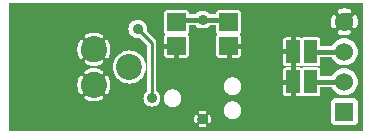
<source format=gbl>
G04 start of page 3 for group 1 idx 2 *
G04 Title: wearlink, bottom *
G04 Creator: pcb 1.99z *
G04 CreationDate: Sun Feb 24 14:25:00 2013 UTC *
G04 For: dijkstra *
G04 Format: Gerber/RS-274X *
G04 PCB-Dimensions (mil): 1326.38 433.46 *
G04 PCB-Coordinate-Origin: lower left *
%MOIN*%
%FSLAX25Y25*%
%LNBOTTOM*%
%ADD100C,0.0787*%
%ADD99C,0.0380*%
%ADD98C,0.0390*%
%ADD97C,0.0413*%
%ADD96C,0.0394*%
%ADD95C,0.0200*%
%ADD94C,0.0360*%
%ADD93R,0.0590X0.0590*%
%ADD92R,0.0460X0.0460*%
%ADD91C,0.0600*%
%ADD90C,0.0866*%
%ADD89C,0.0250*%
%ADD88C,0.0100*%
%ADD87C,0.0171*%
%ADD86C,0.0001*%
G54D86*G36*
X118406Y512D02*X115719D01*
Y2481D01*
X115789Y2510D01*
X115991Y2633D01*
X116170Y2786D01*
X116324Y2966D01*
X116447Y3167D01*
X116537Y3385D01*
X116592Y3615D01*
X116606Y3850D01*
X116592Y10086D01*
X116537Y10315D01*
X116447Y10533D01*
X116324Y10735D01*
X116170Y10914D01*
X115991Y11068D01*
X115789Y11191D01*
X115719Y11220D01*
Y14152D01*
X115758Y14197D01*
X116128Y14801D01*
X116399Y15456D01*
X116565Y16144D01*
X116606Y16850D01*
X116565Y17557D01*
X116399Y18245D01*
X116128Y18900D01*
X115758Y19504D01*
X115719Y19549D01*
Y24152D01*
X115758Y24197D01*
X116128Y24801D01*
X116399Y25456D01*
X116565Y26144D01*
X116606Y26850D01*
X116565Y27557D01*
X116399Y28245D01*
X116128Y28900D01*
X115758Y29504D01*
X115719Y29549D01*
Y34703D01*
X115762Y34710D01*
X115874Y34748D01*
X115979Y34802D01*
X116074Y34872D01*
X116157Y34956D01*
X116226Y35052D01*
X116276Y35159D01*
X116425Y35566D01*
X116528Y35988D01*
X116591Y36417D01*
X116612Y36850D01*
X116591Y37284D01*
X116528Y37713D01*
X116425Y38135D01*
X116281Y38544D01*
X116229Y38650D01*
X116160Y38747D01*
X116076Y38831D01*
X115981Y38902D01*
X115876Y38956D01*
X115763Y38994D01*
X115719Y39001D01*
Y43031D01*
X118406D01*
Y512D01*
G37*
G36*
X115719Y29549D02*X115298Y30042D01*
X114759Y30502D01*
X114156Y30872D01*
X113501Y31143D01*
X112812Y31309D01*
X112106Y31364D01*
Y32345D01*
X112540Y32366D01*
X112969Y32429D01*
X113390Y32532D01*
X113800Y32676D01*
X113906Y32728D01*
X114003Y32797D01*
X114087Y32880D01*
X114158Y32976D01*
X114212Y33081D01*
X114250Y33194D01*
X114269Y33311D01*
X114270Y33429D01*
X114252Y33547D01*
X114216Y33660D01*
X114163Y33766D01*
X114094Y33862D01*
X114011Y33947D01*
X113916Y34017D01*
X113810Y34072D01*
X113698Y34109D01*
X113581Y34128D01*
X113462Y34129D01*
X113345Y34112D01*
X113233Y34074D01*
X112961Y33975D01*
X112681Y33906D01*
X112395Y33864D01*
X112106Y33850D01*
Y39850D01*
X112395Y39836D01*
X112681Y39795D01*
X112961Y39726D01*
X113234Y39630D01*
X113346Y39593D01*
X113462Y39575D01*
X113581Y39576D01*
X113697Y39595D01*
X113809Y39632D01*
X113914Y39687D01*
X114009Y39757D01*
X114092Y39841D01*
X114160Y39937D01*
X114213Y40043D01*
X114249Y40155D01*
X114266Y40272D01*
X114266Y40390D01*
X114246Y40506D01*
X114209Y40618D01*
X114155Y40723D01*
X114085Y40818D01*
X114000Y40901D01*
X113904Y40970D01*
X113798Y41020D01*
X113390Y41169D01*
X112969Y41272D01*
X112540Y41335D01*
X112106Y41356D01*
Y43031D01*
X115719D01*
Y39001D01*
X115646Y39013D01*
X115527Y39014D01*
X115410Y38996D01*
X115297Y38960D01*
X115191Y38907D01*
X115095Y38838D01*
X115010Y38755D01*
X114940Y38660D01*
X114885Y38554D01*
X114848Y38442D01*
X114828Y38325D01*
X114827Y38206D01*
X114845Y38089D01*
X114883Y37977D01*
X114982Y37706D01*
X115051Y37425D01*
X115092Y37139D01*
X115106Y36850D01*
X115092Y36562D01*
X115051Y36276D01*
X114982Y35995D01*
X114886Y35723D01*
X114848Y35611D01*
X114831Y35494D01*
X114832Y35376D01*
X114851Y35260D01*
X114888Y35148D01*
X114943Y35043D01*
X115013Y34948D01*
X115097Y34865D01*
X115193Y34796D01*
X115298Y34744D01*
X115411Y34708D01*
X115528Y34690D01*
X115646Y34691D01*
X115719Y34703D01*
Y29549D01*
G37*
G36*
Y19549D02*X115298Y20042D01*
X114759Y20502D01*
X114156Y20872D01*
X113501Y21143D01*
X112812Y21309D01*
X112106Y21364D01*
Y22337D01*
X112812Y22392D01*
X113501Y22557D01*
X114156Y22828D01*
X114759Y23199D01*
X115298Y23659D01*
X115719Y24152D01*
Y19549D01*
G37*
G36*
Y11220D02*X115571Y11281D01*
X115342Y11336D01*
X115106Y11350D01*
X112106Y11344D01*
Y12337D01*
X112812Y12392D01*
X113501Y12557D01*
X114156Y12828D01*
X114759Y13199D01*
X115298Y13659D01*
X115719Y14152D01*
Y11220D01*
G37*
G36*
Y512D02*X112106D01*
Y2357D01*
X115342Y2364D01*
X115571Y2419D01*
X115719Y2481D01*
Y512D01*
G37*
G36*
X112106Y31364D02*X111400Y31309D01*
X110711Y31143D01*
X110057Y30872D01*
X109453Y30502D01*
X108915Y30042D01*
X108493Y29549D01*
Y34700D01*
X108567Y34688D01*
X108685Y34687D01*
X108802Y34704D01*
X108915Y34740D01*
X109022Y34793D01*
X109118Y34862D01*
X109202Y34946D01*
X109273Y35041D01*
X109328Y35146D01*
X109365Y35259D01*
X109384Y35376D01*
X109385Y35494D01*
X109368Y35612D01*
X109330Y35724D01*
X109231Y35995D01*
X109162Y36276D01*
X109120Y36562D01*
X109106Y36850D01*
X109120Y37139D01*
X109162Y37425D01*
X109231Y37706D01*
X109326Y37978D01*
X109364Y38090D01*
X109382Y38207D01*
X109381Y38325D01*
X109362Y38441D01*
X109324Y38553D01*
X109270Y38658D01*
X109200Y38753D01*
X109116Y38836D01*
X109020Y38904D01*
X108914Y38957D01*
X108802Y38993D01*
X108685Y39011D01*
X108567Y39010D01*
X108493Y38997D01*
Y43031D01*
X112106D01*
Y41356D01*
X111673Y41335D01*
X111244Y41272D01*
X110822Y41169D01*
X110413Y41025D01*
X110306Y40973D01*
X110210Y40904D01*
X110125Y40820D01*
X110055Y40725D01*
X110000Y40620D01*
X109963Y40507D01*
X109944Y40390D01*
X109943Y40272D01*
X109960Y40154D01*
X109996Y40041D01*
X110049Y39935D01*
X110118Y39839D01*
X110202Y39754D01*
X110297Y39684D01*
X110402Y39629D01*
X110515Y39592D01*
X110632Y39572D01*
X110750Y39571D01*
X110868Y39589D01*
X110980Y39627D01*
X111251Y39726D01*
X111532Y39795D01*
X111818Y39836D01*
X112106Y39850D01*
Y33850D01*
X111818Y33864D01*
X111532Y33906D01*
X111251Y33975D01*
X110979Y34070D01*
X110867Y34108D01*
X110750Y34126D01*
X110632Y34125D01*
X110516Y34106D01*
X110404Y34068D01*
X110299Y34014D01*
X110204Y33944D01*
X110121Y33860D01*
X110052Y33764D01*
X109999Y33658D01*
X109964Y33546D01*
X109946Y33429D01*
X109947Y33311D01*
X109966Y33195D01*
X110004Y33082D01*
X110058Y32978D01*
X110128Y32883D01*
X110212Y32800D01*
X110308Y32731D01*
X110415Y32680D01*
X110822Y32532D01*
X111244Y32429D01*
X111673Y32366D01*
X112106Y32345D01*
Y31364D01*
G37*
G36*
X108493Y29549D02*X108454Y29504D01*
X108084Y28900D01*
X108004Y28707D01*
X104126D01*
X104124Y30807D01*
X104099Y30910D01*
Y43031D01*
X108493D01*
Y38997D01*
X108450Y38990D01*
X108338Y38953D01*
X108234Y38899D01*
X108139Y38829D01*
X108056Y38745D01*
X107987Y38649D01*
X107936Y38542D01*
X107788Y38135D01*
X107684Y37713D01*
X107622Y37284D01*
X107601Y36850D01*
X107622Y36417D01*
X107684Y35988D01*
X107788Y35566D01*
X107932Y35157D01*
X107984Y35050D01*
X108053Y34954D01*
X108136Y34870D01*
X108232Y34799D01*
X108337Y34745D01*
X108450Y34707D01*
X108493Y34700D01*
Y29549D01*
G37*
G36*
X112106Y21364D02*X111400Y21309D01*
X110711Y21143D01*
X110057Y20872D01*
X109453Y20502D01*
X108915Y20042D01*
X108454Y19504D01*
X108084Y18900D01*
X108004Y18707D01*
X104126D01*
X104124Y20807D01*
X104099Y20910D01*
Y22791D01*
X104124Y22893D01*
X104133Y23050D01*
X104131Y24994D01*
X108004D01*
X108084Y24801D01*
X108454Y24197D01*
X108915Y23659D01*
X109453Y23199D01*
X110057Y22828D01*
X110711Y22557D01*
X111400Y22392D01*
X112106Y22337D01*
Y21364D01*
G37*
G36*
Y512D02*X104099D01*
Y12791D01*
X104124Y12893D01*
X104133Y13050D01*
X104131Y14994D01*
X108004D01*
X108084Y14801D01*
X108454Y14197D01*
X108915Y13659D01*
X109453Y13199D01*
X110057Y12828D01*
X110711Y12557D01*
X111400Y12392D01*
X112106Y12337D01*
Y11344D01*
X108871Y11336D01*
X108641Y11281D01*
X108423Y11191D01*
X108222Y11068D01*
X108042Y10914D01*
X107889Y10735D01*
X107766Y10533D01*
X107675Y10315D01*
X107620Y10086D01*
X107606Y9850D01*
X107620Y3615D01*
X107675Y3385D01*
X107766Y3167D01*
X107889Y2966D01*
X108042Y2786D01*
X108222Y2633D01*
X108423Y2510D01*
X108641Y2419D01*
X108871Y2364D01*
X109106Y2350D01*
X112106Y2357D01*
Y512D01*
G37*
G36*
X45461Y30180D02*X46472Y29168D01*
Y13762D01*
X46322Y13670D01*
X45986Y13384D01*
X45700Y13049D01*
X45470Y12673D01*
X45461Y12651D01*
Y19459D01*
X45711Y20063D01*
X45913Y20907D01*
X45965Y21772D01*
X45913Y22637D01*
X45711Y23480D01*
X45461Y24084D01*
Y30180D01*
G37*
G36*
X118406Y43031D02*Y512D01*
X115719D01*
Y2481D01*
X115789Y2510D01*
X115991Y2633D01*
X116170Y2786D01*
X116324Y2966D01*
X116447Y3167D01*
X116537Y3385D01*
X116592Y3615D01*
X116606Y3850D01*
X116592Y10086D01*
X116537Y10315D01*
X116447Y10533D01*
X116324Y10735D01*
X116170Y10914D01*
X115991Y11068D01*
X115789Y11191D01*
X115719Y11220D01*
Y14152D01*
X115758Y14197D01*
X116128Y14801D01*
X116399Y15456D01*
X116565Y16144D01*
X116606Y16850D01*
X116565Y17557D01*
X116399Y18245D01*
X116128Y18900D01*
X115758Y19504D01*
X115719Y19549D01*
Y24152D01*
X115758Y24197D01*
X116128Y24801D01*
X116399Y25456D01*
X116565Y26144D01*
X116606Y26850D01*
X116565Y27557D01*
X116399Y28245D01*
X116128Y28900D01*
X115758Y29504D01*
X115719Y29549D01*
Y34703D01*
X115762Y34710D01*
X115874Y34748D01*
X115979Y34802D01*
X116074Y34872D01*
X116157Y34956D01*
X116226Y35052D01*
X116276Y35159D01*
X116425Y35566D01*
X116528Y35988D01*
X116591Y36417D01*
X116612Y36850D01*
X116591Y37284D01*
X116528Y37713D01*
X116425Y38135D01*
X116281Y38544D01*
X116229Y38650D01*
X116160Y38747D01*
X116076Y38831D01*
X115981Y38902D01*
X115876Y38956D01*
X115763Y38994D01*
X115719Y39001D01*
Y43031D01*
X118406D01*
G37*
G36*
X115719Y29549D02*X115298Y30042D01*
X114759Y30502D01*
X114156Y30872D01*
X113501Y31143D01*
X112812Y31309D01*
X112106Y31364D01*
Y32345D01*
X112540Y32366D01*
X112969Y32429D01*
X113390Y32532D01*
X113800Y32676D01*
X113906Y32728D01*
X114003Y32797D01*
X114087Y32880D01*
X114158Y32976D01*
X114212Y33081D01*
X114250Y33194D01*
X114269Y33311D01*
X114270Y33429D01*
X114252Y33547D01*
X114216Y33660D01*
X114163Y33766D01*
X114094Y33862D01*
X114011Y33947D01*
X113916Y34017D01*
X113810Y34072D01*
X113698Y34109D01*
X113581Y34128D01*
X113462Y34129D01*
X113345Y34112D01*
X113233Y34074D01*
X112961Y33975D01*
X112681Y33906D01*
X112395Y33864D01*
X112106Y33850D01*
Y39850D01*
X112395Y39836D01*
X112681Y39795D01*
X112961Y39726D01*
X113234Y39630D01*
X113346Y39593D01*
X113462Y39575D01*
X113581Y39576D01*
X113697Y39595D01*
X113809Y39632D01*
X113914Y39687D01*
X114009Y39757D01*
X114092Y39841D01*
X114160Y39937D01*
X114213Y40043D01*
X114249Y40155D01*
X114266Y40272D01*
X114266Y40390D01*
X114246Y40506D01*
X114209Y40618D01*
X114155Y40723D01*
X114085Y40818D01*
X114000Y40901D01*
X113904Y40970D01*
X113798Y41020D01*
X113390Y41169D01*
X112969Y41272D01*
X112540Y41335D01*
X112106Y41356D01*
Y43031D01*
X115719D01*
Y39001D01*
X115646Y39013D01*
X115527Y39014D01*
X115410Y38996D01*
X115297Y38960D01*
X115191Y38907D01*
X115095Y38838D01*
X115010Y38755D01*
X114940Y38660D01*
X114885Y38554D01*
X114848Y38442D01*
X114828Y38325D01*
X114827Y38206D01*
X114845Y38089D01*
X114883Y37977D01*
X114982Y37706D01*
X115051Y37425D01*
X115092Y37139D01*
X115106Y36850D01*
X115092Y36562D01*
X115051Y36276D01*
X114982Y35995D01*
X114886Y35723D01*
X114848Y35611D01*
X114831Y35494D01*
X114832Y35376D01*
X114851Y35260D01*
X114888Y35148D01*
X114943Y35043D01*
X115013Y34948D01*
X115097Y34865D01*
X115193Y34796D01*
X115298Y34744D01*
X115411Y34708D01*
X115528Y34690D01*
X115646Y34691D01*
X115719Y34703D01*
Y29549D01*
G37*
G36*
Y19549D02*X115298Y20042D01*
X114759Y20502D01*
X114156Y20872D01*
X113501Y21143D01*
X112812Y21309D01*
X112106Y21364D01*
Y22337D01*
X112812Y22392D01*
X113501Y22557D01*
X114156Y22828D01*
X114759Y23199D01*
X115298Y23659D01*
X115719Y24152D01*
Y19549D01*
G37*
G36*
Y11220D02*X115571Y11281D01*
X115342Y11336D01*
X115106Y11350D01*
X112106Y11344D01*
Y12337D01*
X112812Y12392D01*
X113501Y12557D01*
X114156Y12828D01*
X114759Y13199D01*
X115298Y13659D01*
X115719Y14152D01*
Y11220D01*
G37*
G36*
Y512D02*X112106D01*
Y2357D01*
X115342Y2364D01*
X115571Y2419D01*
X115719Y2481D01*
Y512D01*
G37*
G36*
X112106Y31364D02*X111400Y31309D01*
X110711Y31143D01*
X110057Y30872D01*
X109453Y30502D01*
X108915Y30042D01*
X108493Y29549D01*
Y34700D01*
X108567Y34688D01*
X108685Y34687D01*
X108802Y34704D01*
X108915Y34740D01*
X109022Y34793D01*
X109118Y34862D01*
X109202Y34946D01*
X109273Y35041D01*
X109328Y35146D01*
X109365Y35259D01*
X109384Y35376D01*
X109385Y35494D01*
X109368Y35612D01*
X109330Y35724D01*
X109231Y35995D01*
X109162Y36276D01*
X109120Y36562D01*
X109106Y36850D01*
X109120Y37139D01*
X109162Y37425D01*
X109231Y37706D01*
X109326Y37978D01*
X109364Y38090D01*
X109382Y38207D01*
X109381Y38325D01*
X109362Y38441D01*
X109324Y38553D01*
X109270Y38658D01*
X109200Y38753D01*
X109116Y38836D01*
X109020Y38904D01*
X108914Y38957D01*
X108802Y38993D01*
X108685Y39011D01*
X108567Y39010D01*
X108493Y38997D01*
Y43031D01*
X112106D01*
Y41356D01*
X111673Y41335D01*
X111244Y41272D01*
X110822Y41169D01*
X110413Y41025D01*
X110306Y40973D01*
X110210Y40904D01*
X110125Y40820D01*
X110055Y40725D01*
X110000Y40620D01*
X109963Y40507D01*
X109944Y40390D01*
X109943Y40272D01*
X109960Y40154D01*
X109996Y40041D01*
X110049Y39935D01*
X110118Y39839D01*
X110202Y39754D01*
X110297Y39684D01*
X110402Y39629D01*
X110515Y39592D01*
X110632Y39572D01*
X110750Y39571D01*
X110868Y39589D01*
X110980Y39627D01*
X111251Y39726D01*
X111532Y39795D01*
X111818Y39836D01*
X112106Y39850D01*
Y33850D01*
X111818Y33864D01*
X111532Y33906D01*
X111251Y33975D01*
X110979Y34070D01*
X110867Y34108D01*
X110750Y34126D01*
X110632Y34125D01*
X110516Y34106D01*
X110404Y34068D01*
X110299Y34014D01*
X110204Y33944D01*
X110121Y33860D01*
X110052Y33764D01*
X109999Y33658D01*
X109964Y33546D01*
X109946Y33429D01*
X109947Y33311D01*
X109966Y33195D01*
X110004Y33082D01*
X110058Y32978D01*
X110128Y32883D01*
X110212Y32800D01*
X110308Y32731D01*
X110415Y32680D01*
X110822Y32532D01*
X111244Y32429D01*
X111673Y32366D01*
X112106Y32345D01*
Y31364D01*
G37*
G36*
X108493Y29549D02*X108454Y29504D01*
X108084Y28900D01*
X108004Y28707D01*
X104170D01*
Y43031D01*
X108493D01*
Y38997D01*
X108450Y38990D01*
X108338Y38953D01*
X108234Y38899D01*
X108139Y38829D01*
X108056Y38745D01*
X107987Y38649D01*
X107936Y38542D01*
X107788Y38135D01*
X107684Y37713D01*
X107622Y37284D01*
X107601Y36850D01*
X107622Y36417D01*
X107684Y35988D01*
X107788Y35566D01*
X107932Y35157D01*
X107984Y35050D01*
X108053Y34954D01*
X108136Y34870D01*
X108232Y34799D01*
X108337Y34745D01*
X108450Y34707D01*
X108493Y34700D01*
Y29549D01*
G37*
G36*
X112106Y21364D02*X111400Y21309D01*
X110711Y21143D01*
X110057Y20872D01*
X109453Y20502D01*
X108915Y20042D01*
X108454Y19504D01*
X108084Y18900D01*
X108004Y18707D01*
X104170D01*
Y24994D01*
X108004D01*
X108084Y24801D01*
X108454Y24197D01*
X108915Y23659D01*
X109453Y23199D01*
X110057Y22828D01*
X110711Y22557D01*
X111400Y22392D01*
X112106Y22337D01*
Y21364D01*
G37*
G36*
Y512D02*X104170D01*
Y14994D01*
X108004D01*
X108084Y14801D01*
X108454Y14197D01*
X108915Y13659D01*
X109453Y13199D01*
X110057Y12828D01*
X110711Y12557D01*
X111400Y12392D01*
X112106Y12337D01*
Y11344D01*
X108871Y11336D01*
X108641Y11281D01*
X108423Y11191D01*
X108222Y11068D01*
X108042Y10914D01*
X107889Y10735D01*
X107766Y10533D01*
X107675Y10315D01*
X107620Y10086D01*
X107606Y9850D01*
X107620Y3615D01*
X107675Y3385D01*
X107766Y3167D01*
X107889Y2966D01*
X108042Y2786D01*
X108222Y2633D01*
X108423Y2510D01*
X108641Y2419D01*
X108871Y2364D01*
X109106Y2350D01*
X112106Y2357D01*
Y512D01*
G37*
G36*
X104170D02*X74858D01*
Y4439D01*
X74862Y4439D01*
X75325Y4475D01*
X75777Y4583D01*
X76206Y4761D01*
X76602Y5004D01*
X76955Y5305D01*
X77256Y5658D01*
X77499Y6054D01*
X77676Y6483D01*
X77785Y6935D01*
X77812Y7398D01*
X77785Y7861D01*
X77676Y8312D01*
X77499Y8741D01*
X77256Y9137D01*
X76955Y9490D01*
X76602Y9792D01*
X76206Y10034D01*
X75777Y10212D01*
X75325Y10320D01*
X74862Y10357D01*
X74858Y10356D01*
Y12439D01*
X74862Y12439D01*
X75325Y12475D01*
X75777Y12583D01*
X76206Y12761D01*
X76602Y13004D01*
X76955Y13305D01*
X77256Y13658D01*
X77499Y14054D01*
X77676Y14483D01*
X77785Y14935D01*
X77812Y15398D01*
X77785Y15861D01*
X77676Y16312D01*
X77499Y16741D01*
X77256Y17137D01*
X76955Y17490D01*
X76602Y17792D01*
X76206Y18034D01*
X75777Y18212D01*
X75325Y18320D01*
X74862Y18357D01*
X74858Y18356D01*
Y24912D01*
X76830Y24915D01*
X76983Y24952D01*
X77129Y25012D01*
X77263Y25094D01*
X77382Y25196D01*
X77485Y25316D01*
X77567Y25450D01*
X77627Y25596D01*
X77664Y25749D01*
X77673Y25906D01*
X77664Y31968D01*
X77627Y32121D01*
X77567Y32266D01*
X77485Y32400D01*
X77382Y32520D01*
X77263Y32622D01*
X77129Y32705D01*
X76983Y32765D01*
X76856Y32795D01*
X76983Y32826D01*
X77129Y32886D01*
X77263Y32968D01*
X77382Y33070D01*
X77485Y33190D01*
X77567Y33324D01*
X77627Y33470D01*
X77664Y33623D01*
X77673Y33780D01*
X77664Y39842D01*
X77627Y39995D01*
X77567Y40140D01*
X77485Y40274D01*
X77382Y40394D01*
X77263Y40496D01*
X77129Y40579D01*
X76983Y40639D01*
X76830Y40676D01*
X76673Y40685D01*
X74858Y40682D01*
Y43031D01*
X104170D01*
Y28707D01*
X104126D01*
X104124Y30807D01*
X104087Y30960D01*
X104027Y31106D01*
X103945Y31240D01*
X103842Y31360D01*
X103723Y31462D01*
X103588Y31544D01*
X103443Y31604D01*
X103290Y31641D01*
X103133Y31650D01*
X98376Y31641D01*
X98223Y31604D01*
X98078Y31544D01*
X97943Y31462D01*
X97933Y31453D01*
X97923Y31462D01*
X97788Y31544D01*
X97643Y31604D01*
X97490Y31641D01*
X97333Y31650D01*
X92576Y31641D01*
X92423Y31604D01*
X92278Y31544D01*
X92143Y31462D01*
X92024Y31360D01*
X91922Y31240D01*
X91839Y31106D01*
X91779Y30960D01*
X91742Y30807D01*
X91733Y30650D01*
X91742Y22893D01*
X91779Y22740D01*
X91839Y22595D01*
X91922Y22461D01*
X92024Y22341D01*
X92143Y22239D01*
X92278Y22157D01*
X92423Y22096D01*
X92576Y22060D01*
X92733Y22050D01*
X97490Y22060D01*
X97643Y22096D01*
X97788Y22157D01*
X97923Y22239D01*
X97933Y22248D01*
X97943Y22239D01*
X98078Y22157D01*
X98223Y22096D01*
X98376Y22060D01*
X98533Y22050D01*
X103290Y22060D01*
X103443Y22096D01*
X103588Y22157D01*
X103723Y22239D01*
X103842Y22341D01*
X103945Y22461D01*
X104027Y22595D01*
X104087Y22740D01*
X104124Y22893D01*
X104133Y23050D01*
X104131Y24994D01*
X104170D01*
Y18707D01*
X104126D01*
X104124Y20807D01*
X104087Y20960D01*
X104027Y21106D01*
X103945Y21240D01*
X103842Y21360D01*
X103723Y21462D01*
X103588Y21544D01*
X103443Y21604D01*
X103290Y21641D01*
X103133Y21650D01*
X98376Y21641D01*
X98223Y21604D01*
X98078Y21544D01*
X97943Y21462D01*
X97933Y21453D01*
X97923Y21462D01*
X97788Y21544D01*
X97643Y21604D01*
X97490Y21641D01*
X97333Y21650D01*
X92576Y21641D01*
X92423Y21604D01*
X92278Y21544D01*
X92143Y21462D01*
X92024Y21360D01*
X91922Y21240D01*
X91839Y21106D01*
X91779Y20960D01*
X91742Y20807D01*
X91733Y20650D01*
X91742Y12893D01*
X91779Y12740D01*
X91839Y12595D01*
X91922Y12461D01*
X92024Y12341D01*
X92143Y12239D01*
X92278Y12157D01*
X92423Y12096D01*
X92576Y12060D01*
X92733Y12050D01*
X97490Y12060D01*
X97643Y12096D01*
X97788Y12157D01*
X97923Y12239D01*
X97933Y12248D01*
X97943Y12239D01*
X98078Y12157D01*
X98223Y12096D01*
X98376Y12060D01*
X98533Y12050D01*
X103290Y12060D01*
X103443Y12096D01*
X103588Y12157D01*
X103723Y12239D01*
X103842Y12341D01*
X103945Y12461D01*
X104027Y12595D01*
X104087Y12740D01*
X104124Y12893D01*
X104133Y13050D01*
X104131Y14994D01*
X104170D01*
Y512D01*
G37*
G36*
X74858Y40682D02*X70217Y40676D01*
X70064Y40639D01*
X69919Y40579D01*
X69785Y40496D01*
X69665Y40394D01*
X69563Y40274D01*
X69480Y40140D01*
X69420Y39995D01*
X69383Y39842D01*
X69374Y39685D01*
X69375Y39376D01*
X67218D01*
X67092Y39523D01*
Y43031D01*
X74858D01*
Y40682D01*
G37*
G36*
Y512D02*X67092D01*
Y3163D01*
X67160Y3177D01*
X67234Y3204D01*
X67302Y3243D01*
X67364Y3291D01*
X67417Y3349D01*
X67461Y3415D01*
X67492Y3487D01*
X67569Y3720D01*
X67622Y3960D01*
X67654Y4203D01*
X67665Y4449D01*
X67654Y4694D01*
X67622Y4938D01*
X67569Y5177D01*
X67494Y5411D01*
X67462Y5483D01*
X67418Y5549D01*
X67365Y5607D01*
X67303Y5656D01*
X67234Y5695D01*
X67160Y5723D01*
X67092Y5737D01*
Y30307D01*
X67134Y30357D01*
X67365Y30733D01*
X67533Y31140D01*
X67636Y31569D01*
X67662Y32008D01*
X67636Y32447D01*
X67533Y32876D01*
X67365Y33283D01*
X67134Y33659D01*
X67092Y33708D01*
Y35516D01*
X67218Y35663D01*
X69380D01*
X69383Y33623D01*
X69420Y33470D01*
X69480Y33324D01*
X69563Y33190D01*
X69665Y33070D01*
X69785Y32968D01*
X69919Y32886D01*
X70064Y32826D01*
X70191Y32795D01*
X70064Y32765D01*
X69919Y32705D01*
X69785Y32622D01*
X69665Y32520D01*
X69563Y32400D01*
X69480Y32266D01*
X69420Y32121D01*
X69383Y31968D01*
X69374Y31811D01*
X69383Y25749D01*
X69420Y25596D01*
X69480Y25450D01*
X69563Y25316D01*
X69665Y25196D01*
X69785Y25094D01*
X69919Y25012D01*
X70064Y24952D01*
X70217Y24915D01*
X70374Y24906D01*
X74858Y24912D01*
Y18356D01*
X74399Y18320D01*
X73948Y18212D01*
X73519Y18034D01*
X73123Y17792D01*
X72770Y17490D01*
X72468Y17137D01*
X72226Y16741D01*
X72048Y16312D01*
X71940Y15861D01*
X71903Y15398D01*
X71940Y14935D01*
X72048Y14483D01*
X72226Y14054D01*
X72468Y13658D01*
X72770Y13305D01*
X73123Y13004D01*
X73519Y12761D01*
X73948Y12583D01*
X74399Y12475D01*
X74858Y12439D01*
Y10356D01*
X74399Y10320D01*
X73948Y10212D01*
X73519Y10034D01*
X73123Y9792D01*
X72770Y9490D01*
X72468Y9137D01*
X72226Y8741D01*
X72048Y8312D01*
X71940Y7861D01*
X71903Y7398D01*
X71940Y6935D01*
X72048Y6483D01*
X72226Y6054D01*
X72468Y5658D01*
X72770Y5305D01*
X73123Y5004D01*
X73519Y4761D01*
X73948Y4583D01*
X74399Y4475D01*
X74858Y4439D01*
Y512D01*
G37*
G36*
X67092Y39523D02*X66988Y39645D01*
X66629Y39952D01*
X66227Y40198D01*
X65791Y40379D01*
X65332Y40489D01*
X64862Y40526D01*
Y43031D01*
X67092D01*
Y39523D01*
G37*
G36*
Y33708D02*X66848Y33994D01*
X66513Y34280D01*
X66137Y34510D01*
X65781Y34658D01*
X65791Y34661D01*
X66227Y34841D01*
X66629Y35088D01*
X66988Y35394D01*
X67092Y35516D01*
Y33708D01*
G37*
G36*
Y512D02*X64862D01*
Y1646D01*
X65108Y1657D01*
X65351Y1689D01*
X65591Y1742D01*
X65825Y1817D01*
X65897Y1849D01*
X65963Y1893D01*
X66021Y1946D01*
X66070Y2008D01*
X66109Y2077D01*
X66136Y2151D01*
X66152Y2228D01*
X66155Y2307D01*
X66146Y2386D01*
X66125Y2462D01*
X66092Y2533D01*
X66048Y2599D01*
X65995Y2657D01*
X65933Y2706D01*
X65864Y2745D01*
X65790Y2773D01*
X65713Y2788D01*
X65634Y2792D01*
X65555Y2783D01*
X65480Y2760D01*
X65330Y2711D01*
X65176Y2676D01*
X65020Y2656D01*
X64862Y2649D01*
Y6249D01*
X65020Y6242D01*
X65176Y6221D01*
X65330Y6187D01*
X65480Y6139D01*
X65556Y6117D01*
X65634Y6108D01*
X65713Y6111D01*
X65790Y6127D01*
X65863Y6154D01*
X65932Y6193D01*
X65994Y6242D01*
X66047Y6300D01*
X66090Y6365D01*
X66123Y6437D01*
X66144Y6512D01*
X66153Y6591D01*
X66150Y6669D01*
X66135Y6746D01*
X66107Y6820D01*
X66068Y6889D01*
X66020Y6950D01*
X65962Y7004D01*
X65896Y7047D01*
X65824Y7078D01*
X65591Y7155D01*
X65351Y7209D01*
X65108Y7241D01*
X64862Y7252D01*
Y29199D01*
X65302Y29234D01*
X65730Y29337D01*
X66137Y29505D01*
X66513Y29736D01*
X66848Y30022D01*
X67092Y30307D01*
Y5737D01*
X67083Y5738D01*
X67004Y5742D01*
X66925Y5733D01*
X66849Y5711D01*
X66778Y5679D01*
X66712Y5635D01*
X66654Y5581D01*
X66605Y5520D01*
X66566Y5451D01*
X66538Y5377D01*
X66523Y5299D01*
X66519Y5220D01*
X66528Y5142D01*
X66551Y5066D01*
X66600Y4917D01*
X66635Y4763D01*
X66655Y4606D01*
X66662Y4449D01*
X66655Y4291D01*
X66635Y4135D01*
X66600Y3981D01*
X66553Y3831D01*
X66530Y3755D01*
X66521Y3677D01*
X66524Y3598D01*
X66540Y3521D01*
X66567Y3448D01*
X66606Y3379D01*
X66655Y3317D01*
X66713Y3264D01*
X66778Y3221D01*
X66850Y3188D01*
X66926Y3167D01*
X67004Y3158D01*
X67083Y3161D01*
X67092Y3163D01*
Y512D01*
G37*
G36*
X62632Y35516D02*X62737Y35394D01*
X63095Y35088D01*
X63497Y34841D01*
X63933Y34661D01*
X63944Y34658D01*
X63587Y34510D01*
X63211Y34280D01*
X62876Y33994D01*
X62632Y33708D01*
Y35516D01*
G37*
G36*
Y43031D02*X64862D01*
Y40526D01*
X64392Y40489D01*
X63933Y40379D01*
X63497Y40198D01*
X63095Y39952D01*
X62737Y39645D01*
X62632Y39523D01*
Y43031D01*
G37*
G36*
X64862Y512D02*X62632D01*
Y3161D01*
X62642Y3159D01*
X62720Y3156D01*
X62799Y3165D01*
X62875Y3186D01*
X62947Y3219D01*
X63013Y3263D01*
X63071Y3316D01*
X63120Y3378D01*
X63159Y3447D01*
X63186Y3521D01*
X63202Y3598D01*
X63205Y3677D01*
X63196Y3756D01*
X63173Y3831D01*
X63124Y3981D01*
X63090Y4135D01*
X63069Y4291D01*
X63062Y4449D01*
X63069Y4606D01*
X63090Y4763D01*
X63124Y4917D01*
X63172Y5067D01*
X63194Y5142D01*
X63203Y5221D01*
X63200Y5299D01*
X63184Y5376D01*
X63157Y5450D01*
X63118Y5519D01*
X63069Y5580D01*
X63012Y5634D01*
X62946Y5677D01*
X62874Y5710D01*
X62799Y5731D01*
X62720Y5740D01*
X62642Y5737D01*
X62632Y5735D01*
Y30307D01*
X62876Y30022D01*
X63211Y29736D01*
X63587Y29505D01*
X63994Y29337D01*
X64423Y29234D01*
X64862Y29199D01*
Y7252D01*
X64862D01*
X64617Y7241D01*
X64373Y7209D01*
X64134Y7155D01*
X63900Y7081D01*
X63828Y7049D01*
X63762Y7005D01*
X63704Y6952D01*
X63655Y6890D01*
X63616Y6821D01*
X63588Y6747D01*
X63573Y6669D01*
X63569Y6591D01*
X63578Y6512D01*
X63600Y6436D01*
X63632Y6364D01*
X63676Y6298D01*
X63730Y6240D01*
X63791Y6191D01*
X63860Y6152D01*
X63934Y6125D01*
X64012Y6109D01*
X64091Y6106D01*
X64169Y6115D01*
X64245Y6138D01*
X64394Y6187D01*
X64548Y6221D01*
X64705Y6242D01*
X64862Y6249D01*
Y2649D01*
X64705Y2656D01*
X64548Y2676D01*
X64394Y2711D01*
X64244Y2758D01*
X64169Y2781D01*
X64090Y2790D01*
X64012Y2787D01*
X63935Y2771D01*
X63861Y2744D01*
X63792Y2705D01*
X63731Y2656D01*
X63677Y2598D01*
X63634Y2533D01*
X63601Y2461D01*
X63580Y2385D01*
X63571Y2307D01*
X63574Y2228D01*
X63590Y2151D01*
X63617Y2077D01*
X63656Y2009D01*
X63705Y1947D01*
X63763Y1894D01*
X63828Y1850D01*
X63900Y1819D01*
X64134Y1742D01*
X64373Y1689D01*
X64617Y1657D01*
X64862Y1646D01*
Y512D01*
G37*
G36*
X54858Y43031D02*X62632D01*
Y39523D01*
X62507Y39376D01*
X60342D01*
X60341Y39842D01*
X60304Y39995D01*
X60244Y40140D01*
X60162Y40274D01*
X60060Y40394D01*
X59940Y40496D01*
X59806Y40579D01*
X59660Y40639D01*
X59507Y40676D01*
X59350Y40685D01*
X54858Y40678D01*
Y43031D01*
G37*
G36*
X62632Y512D02*X54858D01*
Y8439D01*
X54862Y8439D01*
X55325Y8475D01*
X55777Y8583D01*
X56206Y8761D01*
X56602Y9004D01*
X56955Y9305D01*
X57256Y9658D01*
X57499Y10054D01*
X57676Y10483D01*
X57785Y10935D01*
X57812Y11398D01*
X57785Y11861D01*
X57676Y12312D01*
X57499Y12741D01*
X57256Y13137D01*
X56955Y13490D01*
X56602Y13792D01*
X56206Y14034D01*
X55777Y14212D01*
X55325Y14320D01*
X54862Y14357D01*
X54858Y14356D01*
Y24908D01*
X59507Y24915D01*
X59660Y24952D01*
X59806Y25012D01*
X59940Y25094D01*
X60060Y25196D01*
X60162Y25316D01*
X60244Y25450D01*
X60304Y25596D01*
X60341Y25749D01*
X60350Y25906D01*
X60341Y31968D01*
X60304Y32121D01*
X60244Y32266D01*
X60162Y32400D01*
X60060Y32520D01*
X59940Y32622D01*
X59806Y32705D01*
X59660Y32765D01*
X59533Y32795D01*
X59660Y32826D01*
X59806Y32886D01*
X59940Y32968D01*
X60060Y33070D01*
X60162Y33190D01*
X60244Y33324D01*
X60304Y33470D01*
X60341Y33623D01*
X60350Y33780D01*
X60347Y35663D01*
X62507D01*
X62632Y35516D01*
Y33708D01*
X62590Y33659D01*
X62360Y33283D01*
X62191Y32876D01*
X62088Y32447D01*
X62054Y32008D01*
X62088Y31569D01*
X62191Y31140D01*
X62360Y30733D01*
X62590Y30357D01*
X62632Y30307D01*
Y5735D01*
X62565Y5721D01*
X62491Y5694D01*
X62422Y5655D01*
X62361Y5606D01*
X62307Y5548D01*
X62264Y5483D01*
X62233Y5411D01*
X62156Y5177D01*
X62102Y4938D01*
X62070Y4694D01*
X62060Y4449D01*
X62070Y4203D01*
X62102Y3960D01*
X62156Y3720D01*
X62230Y3486D01*
X62262Y3414D01*
X62306Y3348D01*
X62359Y3290D01*
X62421Y3241D01*
X62490Y3202D01*
X62564Y3175D01*
X62632Y3161D01*
Y512D01*
G37*
G36*
X54858D02*X45461D01*
Y10145D01*
X45470Y10123D01*
X45700Y9747D01*
X45986Y9412D01*
X46322Y9125D01*
X46697Y8895D01*
X47105Y8726D01*
X47533Y8624D01*
X47972Y8589D01*
X48412Y8624D01*
X48840Y8726D01*
X49248Y8895D01*
X49623Y9125D01*
X49958Y9412D01*
X50245Y9747D01*
X50475Y10123D01*
X50644Y10530D01*
X50746Y10958D01*
X50772Y11398D01*
X50746Y11837D01*
X50644Y12266D01*
X50475Y12673D01*
X50245Y13049D01*
X49958Y13384D01*
X49623Y13670D01*
X49472Y13762D01*
Y29731D01*
X49477Y29789D01*
X49459Y30025D01*
X49459Y30025D01*
X49403Y30254D01*
X49313Y30472D01*
X49190Y30674D01*
X49036Y30853D01*
X48992Y30892D01*
X46232Y33652D01*
X46321Y34022D01*
X46349Y34508D01*
X46321Y34994D01*
X46207Y35467D01*
X46020Y35917D01*
X45766Y36333D01*
X45461Y36690D01*
Y43031D01*
X54858D01*
Y40678D01*
X52894Y40676D01*
X52741Y40639D01*
X52596Y40579D01*
X52462Y40496D01*
X52342Y40394D01*
X52240Y40274D01*
X52158Y40140D01*
X52097Y39995D01*
X52061Y39842D01*
X52051Y39685D01*
X52061Y33623D01*
X52097Y33470D01*
X52158Y33324D01*
X52240Y33190D01*
X52342Y33070D01*
X52462Y32968D01*
X52596Y32886D01*
X52741Y32826D01*
X52868Y32795D01*
X52741Y32765D01*
X52596Y32705D01*
X52462Y32622D01*
X52342Y32520D01*
X52240Y32400D01*
X52158Y32266D01*
X52097Y32121D01*
X52061Y31968D01*
X52051Y31811D01*
X52061Y25749D01*
X52097Y25596D01*
X52158Y25450D01*
X52240Y25316D01*
X52342Y25196D01*
X52462Y25094D01*
X52596Y25012D01*
X52741Y24952D01*
X52894Y24915D01*
X53051Y24906D01*
X54858Y24908D01*
Y14356D01*
X54399Y14320D01*
X53948Y14212D01*
X53519Y14034D01*
X53123Y13792D01*
X52770Y13490D01*
X52468Y13137D01*
X52226Y12741D01*
X52048Y12312D01*
X51940Y11861D01*
X51903Y11398D01*
X51940Y10935D01*
X52048Y10483D01*
X52226Y10054D01*
X52468Y9658D01*
X52770Y9305D01*
X53123Y9004D01*
X53519Y8761D01*
X53948Y8583D01*
X54399Y8475D01*
X54858Y8439D01*
Y512D01*
G37*
G36*
X45461D02*X33207D01*
Y12843D01*
X33236Y12864D01*
X33301Y12930D01*
X33354Y13007D01*
X33599Y13444D01*
X33799Y13904D01*
X33955Y14380D01*
X34068Y14869D01*
X34136Y15365D01*
X34159Y15866D01*
X34136Y16367D01*
X34068Y16864D01*
X33955Y17352D01*
X33799Y17828D01*
X33599Y18288D01*
X33359Y18728D01*
X33305Y18805D01*
X33239Y18871D01*
X33207Y18895D01*
Y24654D01*
X33236Y24675D01*
X33301Y24741D01*
X33354Y24818D01*
X33599Y25255D01*
X33799Y25715D01*
X33955Y26191D01*
X34068Y26680D01*
X34136Y27176D01*
X34159Y27677D01*
X34136Y28178D01*
X34068Y28675D01*
X33955Y29163D01*
X33799Y29639D01*
X33599Y30099D01*
X33359Y30539D01*
X33305Y30616D01*
X33239Y30682D01*
X33207Y30706D01*
Y43031D01*
X45461D01*
Y36690D01*
X45449Y36703D01*
X45079Y37020D01*
X44663Y37274D01*
X44213Y37461D01*
X43740Y37574D01*
X43254Y37613D01*
X42768Y37574D01*
X42294Y37461D01*
X41844Y37274D01*
X41429Y37020D01*
X41058Y36703D01*
X40742Y36333D01*
X40488Y35917D01*
X40301Y35467D01*
X40187Y34994D01*
X40149Y34508D01*
X40187Y34022D01*
X40301Y33548D01*
X40488Y33098D01*
X40742Y32683D01*
X41058Y32312D01*
X41429Y31996D01*
X41844Y31741D01*
X42294Y31555D01*
X42768Y31441D01*
X43254Y31403D01*
X43740Y31441D01*
X44110Y31530D01*
X45461Y30180D01*
Y24084D01*
X45379Y24282D01*
X44926Y25021D01*
X44362Y25681D01*
X43703Y26245D01*
X42963Y26698D01*
X42161Y27030D01*
X41318Y27232D01*
X40453Y27300D01*
X39588Y27232D01*
X38744Y27030D01*
X37943Y26698D01*
X37203Y26245D01*
X36543Y25681D01*
X35980Y25021D01*
X35527Y24282D01*
X35195Y23480D01*
X34992Y22637D01*
X34924Y21772D01*
X34992Y20907D01*
X35195Y20063D01*
X35527Y19262D01*
X35980Y18522D01*
X36543Y17862D01*
X37203Y17299D01*
X37943Y16845D01*
X38744Y16513D01*
X39588Y16311D01*
X40453Y16243D01*
X41318Y16311D01*
X42161Y16513D01*
X42963Y16845D01*
X43703Y17299D01*
X44362Y17862D01*
X44926Y18522D01*
X45379Y19262D01*
X45461Y19459D01*
Y12651D01*
X45301Y12266D01*
X45198Y11837D01*
X45164Y11398D01*
X45198Y10958D01*
X45301Y10530D01*
X45461Y10145D01*
Y512D01*
G37*
G36*
X33207D02*X28644D01*
Y10349D01*
X29143Y10371D01*
X29639Y10440D01*
X30128Y10553D01*
X30604Y10709D01*
X31064Y10909D01*
X31504Y11149D01*
X31580Y11203D01*
X31647Y11269D01*
X31702Y11345D01*
X31745Y11428D01*
X31774Y11517D01*
X31789Y11609D01*
X31790Y11703D01*
X31776Y11796D01*
X31747Y11885D01*
X31705Y11968D01*
X31650Y12044D01*
X31584Y12111D01*
X31509Y12166D01*
X31426Y12209D01*
X31337Y12239D01*
X31244Y12254D01*
X31150Y12254D01*
X31058Y12240D01*
X30969Y12211D01*
X30886Y12168D01*
X30543Y11975D01*
X30182Y11819D01*
X29808Y11695D01*
X29425Y11607D01*
X29035Y11553D01*
X28644Y11536D01*
Y20197D01*
X29035Y20179D01*
X29425Y20125D01*
X29808Y20037D01*
X30182Y19914D01*
X30543Y19757D01*
X30888Y19569D01*
X30970Y19525D01*
X31059Y19497D01*
X31151Y19483D01*
X31244Y19483D01*
X31335Y19498D01*
X31424Y19527D01*
X31506Y19570D01*
X31581Y19625D01*
X31647Y19691D01*
X31701Y19766D01*
X31743Y19849D01*
X31771Y19938D01*
X31785Y20030D01*
X31785Y20122D01*
X31770Y20214D01*
X31741Y20303D01*
X31698Y20385D01*
X31643Y20460D01*
X31577Y20526D01*
X31501Y20578D01*
X31064Y20824D01*
X30604Y21023D01*
X30128Y21180D01*
X29639Y21293D01*
X29143Y21361D01*
X28644Y21384D01*
Y22160D01*
X29143Y22182D01*
X29639Y22251D01*
X30128Y22364D01*
X30604Y22520D01*
X31064Y22720D01*
X31504Y22960D01*
X31580Y23014D01*
X31647Y23080D01*
X31702Y23156D01*
X31745Y23239D01*
X31774Y23328D01*
X31789Y23420D01*
X31790Y23514D01*
X31776Y23607D01*
X31747Y23696D01*
X31705Y23780D01*
X31650Y23856D01*
X31584Y23922D01*
X31509Y23977D01*
X31426Y24020D01*
X31337Y24050D01*
X31244Y24065D01*
X31150Y24065D01*
X31058Y24051D01*
X30969Y24022D01*
X30886Y23979D01*
X30543Y23786D01*
X30182Y23630D01*
X29808Y23506D01*
X29425Y23418D01*
X29035Y23364D01*
X28644Y23347D01*
Y32008D01*
X29035Y31990D01*
X29425Y31937D01*
X29808Y31848D01*
X30182Y31725D01*
X30543Y31568D01*
X30888Y31380D01*
X30970Y31336D01*
X31059Y31308D01*
X31151Y31294D01*
X31244Y31294D01*
X31335Y31309D01*
X31424Y31338D01*
X31506Y31381D01*
X31581Y31436D01*
X31647Y31502D01*
X31701Y31577D01*
X31743Y31660D01*
X31771Y31749D01*
X31785Y31841D01*
X31785Y31934D01*
X31770Y32025D01*
X31741Y32114D01*
X31698Y32196D01*
X31643Y32271D01*
X31577Y32337D01*
X31501Y32389D01*
X31064Y32635D01*
X30604Y32834D01*
X30128Y32991D01*
X29639Y33104D01*
X29143Y33172D01*
X28644Y33195D01*
Y43031D01*
X33207D01*
Y30706D01*
X33163Y30738D01*
X33080Y30781D01*
X32991Y30810D01*
X32898Y30825D01*
X32805Y30825D01*
X32712Y30811D01*
X32623Y30783D01*
X32539Y30740D01*
X32463Y30686D01*
X32397Y30620D01*
X32341Y30544D01*
X32299Y30461D01*
X32269Y30372D01*
X32254Y30280D01*
X32254Y30186D01*
X32268Y30093D01*
X32297Y30004D01*
X32340Y29921D01*
X32533Y29578D01*
X32689Y29217D01*
X32812Y28844D01*
X32901Y28460D01*
X32955Y28070D01*
X32972Y27677D01*
X32955Y27284D01*
X32901Y26894D01*
X32812Y26511D01*
X32689Y26137D01*
X32533Y25776D01*
X32344Y25431D01*
X32301Y25349D01*
X32272Y25260D01*
X32258Y25168D01*
X32259Y25075D01*
X32274Y24983D01*
X32303Y24895D01*
X32345Y24813D01*
X32400Y24738D01*
X32466Y24672D01*
X32542Y24618D01*
X32625Y24576D01*
X32713Y24548D01*
X32805Y24533D01*
X32898Y24534D01*
X32990Y24549D01*
X33078Y24578D01*
X33161Y24621D01*
X33207Y24654D01*
Y18895D01*
X33163Y18927D01*
X33080Y18970D01*
X32991Y18999D01*
X32898Y19014D01*
X32805Y19014D01*
X32712Y19000D01*
X32623Y18972D01*
X32539Y18929D01*
X32463Y18875D01*
X32397Y18809D01*
X32341Y18733D01*
X32299Y18650D01*
X32269Y18561D01*
X32254Y18469D01*
X32254Y18375D01*
X32268Y18282D01*
X32297Y18193D01*
X32340Y18110D01*
X32533Y17767D01*
X32689Y17406D01*
X32812Y17033D01*
X32901Y16649D01*
X32955Y16259D01*
X32972Y15866D01*
X32955Y15473D01*
X32901Y15083D01*
X32812Y14700D01*
X32689Y14326D01*
X32533Y13965D01*
X32344Y13620D01*
X32301Y13537D01*
X32272Y13449D01*
X32258Y13357D01*
X32259Y13264D01*
X32274Y13172D01*
X32303Y13084D01*
X32345Y13001D01*
X32400Y12927D01*
X32466Y12861D01*
X32542Y12807D01*
X32625Y12765D01*
X32713Y12737D01*
X32805Y12722D01*
X32898Y12723D01*
X32990Y12738D01*
X33078Y12767D01*
X33161Y12809D01*
X33207Y12843D01*
Y512D01*
G37*
G36*
X28644D02*X24077D01*
Y12837D01*
X24120Y12806D01*
X24204Y12763D01*
X24293Y12733D01*
X24385Y12718D01*
X24479Y12718D01*
X24571Y12732D01*
X24660Y12761D01*
X24744Y12803D01*
X24820Y12858D01*
X24887Y12924D01*
X24942Y12999D01*
X24985Y13082D01*
X25014Y13171D01*
X25029Y13264D01*
X25030Y13357D01*
X25015Y13450D01*
X24987Y13539D01*
X24943Y13622D01*
X24751Y13965D01*
X24594Y14326D01*
X24471Y14700D01*
X24382Y15083D01*
X24329Y15473D01*
X24311Y15866D01*
X24329Y16259D01*
X24382Y16649D01*
X24471Y17033D01*
X24594Y17406D01*
X24751Y17767D01*
X24939Y18113D01*
X24983Y18195D01*
X25011Y18283D01*
X25025Y18375D01*
X25025Y18468D01*
X25010Y18560D01*
X24981Y18648D01*
X24938Y18731D01*
X24883Y18806D01*
X24817Y18871D01*
X24742Y18926D01*
X24659Y18967D01*
X24570Y18996D01*
X24478Y19010D01*
X24385Y19009D01*
X24294Y18994D01*
X24205Y18965D01*
X24123Y18923D01*
X24077Y18889D01*
Y24649D01*
X24120Y24617D01*
X24204Y24574D01*
X24293Y24544D01*
X24385Y24529D01*
X24479Y24529D01*
X24571Y24543D01*
X24660Y24572D01*
X24744Y24614D01*
X24820Y24669D01*
X24887Y24735D01*
X24942Y24810D01*
X24985Y24893D01*
X25014Y24982D01*
X25029Y25075D01*
X25030Y25168D01*
X25015Y25261D01*
X24987Y25350D01*
X24943Y25433D01*
X24751Y25776D01*
X24594Y26137D01*
X24471Y26511D01*
X24382Y26894D01*
X24329Y27284D01*
X24311Y27677D01*
X24329Y28070D01*
X24382Y28460D01*
X24471Y28844D01*
X24594Y29217D01*
X24751Y29578D01*
X24939Y29924D01*
X24983Y30006D01*
X25011Y30094D01*
X25025Y30186D01*
X25025Y30279D01*
X25010Y30371D01*
X24981Y30459D01*
X24938Y30542D01*
X24883Y30617D01*
X24817Y30682D01*
X24742Y30737D01*
X24659Y30778D01*
X24570Y30807D01*
X24478Y30821D01*
X24385Y30820D01*
X24294Y30806D01*
X24205Y30776D01*
X24123Y30734D01*
X24077Y30700D01*
Y43031D01*
X28644D01*
Y33195D01*
X28642Y33195D01*
X28141Y33172D01*
X27644Y33104D01*
X27156Y32991D01*
X26679Y32834D01*
X26219Y32635D01*
X25779Y32394D01*
X25703Y32340D01*
X25637Y32274D01*
X25581Y32199D01*
X25538Y32115D01*
X25509Y32026D01*
X25494Y31934D01*
X25494Y31840D01*
X25508Y31748D01*
X25536Y31658D01*
X25579Y31575D01*
X25633Y31499D01*
X25699Y31432D01*
X25775Y31377D01*
X25858Y31334D01*
X25947Y31305D01*
X26039Y31290D01*
X26133Y31289D01*
X26226Y31303D01*
X26315Y31332D01*
X26397Y31376D01*
X26740Y31568D01*
X27102Y31725D01*
X27475Y31848D01*
X27859Y31937D01*
X28249Y31990D01*
X28642Y32008D01*
X28644Y32008D01*
Y23347D01*
X28642Y23346D01*
X28249Y23364D01*
X27859Y23418D01*
X27475Y23506D01*
X27102Y23630D01*
X26740Y23786D01*
X26395Y23975D01*
X26313Y24018D01*
X26225Y24046D01*
X26133Y24061D01*
X26040Y24060D01*
X25948Y24045D01*
X25860Y24016D01*
X25777Y23974D01*
X25702Y23919D01*
X25637Y23853D01*
X25582Y23777D01*
X25541Y23694D01*
X25512Y23606D01*
X25498Y23514D01*
X25498Y23421D01*
X25513Y23329D01*
X25543Y23241D01*
X25585Y23158D01*
X25640Y23083D01*
X25706Y23018D01*
X25782Y22965D01*
X26219Y22720D01*
X26679Y22520D01*
X27156Y22364D01*
X27644Y22251D01*
X28141Y22182D01*
X28642Y22160D01*
X28644Y22160D01*
Y21384D01*
X28642Y21384D01*
X28141Y21361D01*
X27644Y21293D01*
X27156Y21180D01*
X26679Y21023D01*
X26219Y20824D01*
X25779Y20583D01*
X25703Y20529D01*
X25637Y20463D01*
X25581Y20388D01*
X25538Y20304D01*
X25509Y20215D01*
X25494Y20123D01*
X25494Y20029D01*
X25508Y19937D01*
X25536Y19847D01*
X25579Y19764D01*
X25633Y19688D01*
X25699Y19621D01*
X25775Y19566D01*
X25858Y19523D01*
X25947Y19494D01*
X26039Y19479D01*
X26133Y19478D01*
X26226Y19492D01*
X26315Y19521D01*
X26397Y19565D01*
X26740Y19757D01*
X27102Y19914D01*
X27475Y20037D01*
X27859Y20125D01*
X28249Y20179D01*
X28642Y20197D01*
X28644Y20197D01*
Y11536D01*
X28642Y11535D01*
X28249Y11553D01*
X27859Y11607D01*
X27475Y11695D01*
X27102Y11819D01*
X26740Y11975D01*
X26395Y12164D01*
X26313Y12207D01*
X26225Y12235D01*
X26133Y12250D01*
X26040Y12249D01*
X25948Y12234D01*
X25860Y12205D01*
X25777Y12163D01*
X25702Y12108D01*
X25637Y12042D01*
X25582Y11966D01*
X25541Y11883D01*
X25512Y11795D01*
X25498Y11703D01*
X25498Y11610D01*
X25513Y11518D01*
X25543Y11430D01*
X25585Y11347D01*
X25640Y11272D01*
X25706Y11207D01*
X25782Y11154D01*
X26219Y10909D01*
X26679Y10709D01*
X27156Y10553D01*
X27644Y10440D01*
X28141Y10371D01*
X28642Y10349D01*
X28644Y10349D01*
Y512D01*
G37*
G36*
X24077D02*X295D01*
Y43031D01*
X24077D01*
Y30700D01*
X24048Y30679D01*
X23982Y30613D01*
X23930Y30536D01*
X23684Y30099D01*
X23485Y29639D01*
X23328Y29163D01*
X23215Y28675D01*
X23147Y28178D01*
X23124Y27677D01*
X23147Y27176D01*
X23215Y26680D01*
X23328Y26191D01*
X23485Y25715D01*
X23684Y25255D01*
X23925Y24815D01*
X23979Y24739D01*
X24045Y24672D01*
X24077Y24649D01*
Y18889D01*
X24048Y18868D01*
X23982Y18802D01*
X23930Y18725D01*
X23684Y18288D01*
X23485Y17828D01*
X23328Y17352D01*
X23215Y16864D01*
X23147Y16367D01*
X23124Y15866D01*
X23147Y15365D01*
X23215Y14869D01*
X23328Y14380D01*
X23485Y13904D01*
X23684Y13444D01*
X23925Y13004D01*
X23979Y12928D01*
X24045Y12861D01*
X24077Y12837D01*
Y512D01*
G37*
G36*
X60925Y25996D02*Y34657D01*
X68799D01*
Y25996D01*
X60925D01*
G37*
G54D87*X73524Y28858D02*Y21772D01*
Y28858D02*X80610D01*
X56201D02*X51795D01*
G54D88*X43254Y34508D02*X47972Y29789D01*
G54D87*X112106Y16850D02*X100833D01*
X112106Y26850D02*X100833D01*
X95033Y16850D02*Y6811D01*
Y16798D02*Y35157D01*
Y27034D02*X89272D01*
X95033Y16798D02*X87697D01*
X56122Y28858D02*Y24031D01*
G54D88*X47972Y29789D02*Y11398D01*
G54D89*X72736Y37520D02*X73524Y36732D01*
X56988Y37520D02*X56201Y36732D01*
G54D87*X72736Y37520D02*X56988D01*
G54D90*X28642Y27677D03*
X40453Y21772D03*
X28642Y15866D03*
G54D86*G36*
X109106Y9850D02*Y3850D01*
X115106D01*
Y9850D01*
X109106D01*
G37*
G54D91*X112106Y16850D03*
Y26850D03*
Y36850D03*
G54D92*X95033Y18350D02*Y15350D01*
X100833Y18350D02*Y15350D01*
Y28350D02*Y25350D01*
X95033Y28350D02*Y25350D01*
G54D93*X73327Y36732D02*X73721D01*
X73327Y28858D02*X73721D01*
X56004D02*X56398D01*
X56004Y36732D02*X56398D01*
G54D94*X64862Y37520D03*
Y32008D03*
Y4449D03*
X43254Y34508D03*
X47972Y11398D03*
G54D95*G54D96*G54D97*G54D98*G54D99*G54D98*G54D99*G54D98*G54D99*G54D100*G54D99*M02*

</source>
